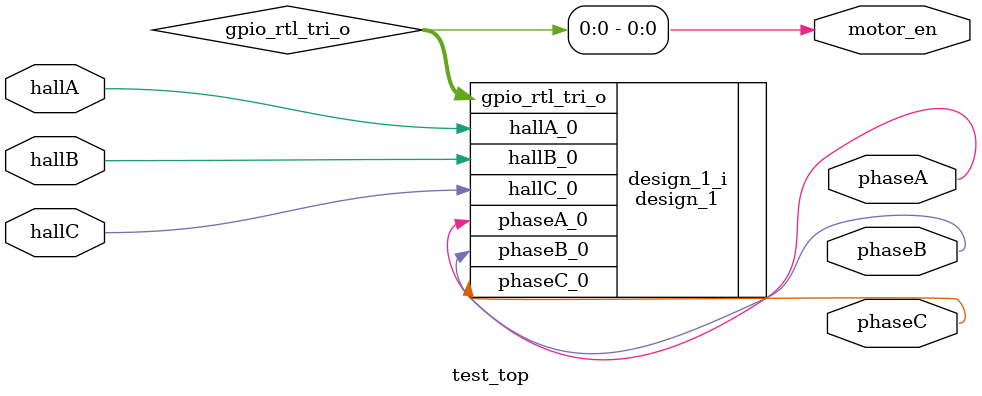
<source format=v>
`timescale 1ns / 1ps


module test_top(
  output motor_en,
  input hallA,
  input hallB,
  input hallC,
  output phaseA,
  output phaseB,
  output phaseC
    );
    
    
  wire [7:0]gpio_rtl_tri_o;
  wire hallA_0;
  wire hallB_0;
  wire hallC_0;
  wire phaseA_0;
  wire phaseB_0;
  wire phaseC_0;

  design_1 design_1_i
       (.gpio_rtl_tri_o(gpio_rtl_tri_o),
        .hallA_0 (hallA),
        .hallB_0 (hallB),
        .hallC_0 (hallC),
        .phaseA_0(phaseA),
        .phaseB_0(phaseB),
        .phaseC_0(phaseC));
        
  assign motor_en = gpio_rtl_tri_o[0];      
            
endmodule

</source>
